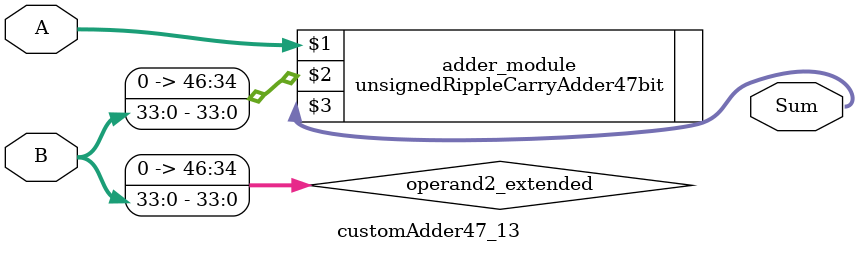
<source format=v>
module customAdder47_13(
                        input [46 : 0] A,
                        input [33 : 0] B,
                        
                        output [47 : 0] Sum
                );

        wire [46 : 0] operand2_extended;
        
        assign operand2_extended =  {13'b0, B};
        
        unsignedRippleCarryAdder47bit adder_module(
            A,
            operand2_extended,
            Sum
        );
        
        endmodule
        
</source>
